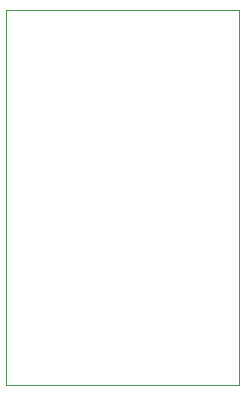
<source format=gbr>
G04 (created by PCBNEW (2013-jun-18)-testing) date Sun 14 Jul 2013 06:43:36 PM EEST*
%MOIN*%
G04 Gerber Fmt 3.4, Leading zero omitted, Abs format*
%FSLAX34Y34*%
G01*
G70*
G90*
G04 APERTURE LIST*
%ADD10C,0.005906*%
%ADD11C,0.003937*%
G04 APERTURE END LIST*
G54D10*
G54D11*
X0Y0D02*
X7750Y0D01*
X0Y12500D02*
X7750Y12500D01*
X7750Y0D02*
X7750Y12500D01*
X0Y0D02*
X0Y12500D01*
M02*

</source>
